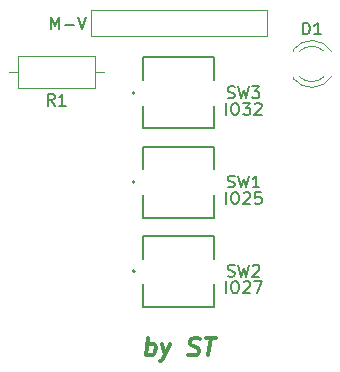
<source format=gbr>
%TF.GenerationSoftware,KiCad,Pcbnew,9.0.1*%
%TF.CreationDate,2025-06-15T21:57:09+03:00*%
%TF.ProjectId,mp3_player,6d70335f-706c-4617-9965-722e6b696361,rev?*%
%TF.SameCoordinates,Original*%
%TF.FileFunction,Legend,Top*%
%TF.FilePolarity,Positive*%
%FSLAX46Y46*%
G04 Gerber Fmt 4.6, Leading zero omitted, Abs format (unit mm)*
G04 Created by KiCad (PCBNEW 9.0.1) date 2025-06-15 21:57:09*
%MOMM*%
%LPD*%
G01*
G04 APERTURE LIST*
%ADD10C,0.300000*%
%ADD11C,0.187500*%
%ADD12C,0.150000*%
%ADD13C,0.127000*%
%ADD14C,0.200000*%
%ADD15C,0.120000*%
G04 APERTURE END LIST*
D10*
X46841919Y-59478094D02*
X47029419Y-57978094D01*
X46957990Y-58549523D02*
X47109776Y-58478094D01*
X47109776Y-58478094D02*
X47395490Y-58478094D01*
X47395490Y-58478094D02*
X47529419Y-58549523D01*
X47529419Y-58549523D02*
X47591919Y-58620951D01*
X47591919Y-58620951D02*
X47645490Y-58763808D01*
X47645490Y-58763808D02*
X47591919Y-59192380D01*
X47591919Y-59192380D02*
X47502633Y-59335237D01*
X47502633Y-59335237D02*
X47422276Y-59406666D01*
X47422276Y-59406666D02*
X47270490Y-59478094D01*
X47270490Y-59478094D02*
X46984776Y-59478094D01*
X46984776Y-59478094D02*
X46850847Y-59406666D01*
X48181205Y-58478094D02*
X48413348Y-59478094D01*
X48895490Y-58478094D02*
X48413348Y-59478094D01*
X48413348Y-59478094D02*
X48225848Y-59835237D01*
X48225848Y-59835237D02*
X48145490Y-59906666D01*
X48145490Y-59906666D02*
X47993705Y-59978094D01*
X50422276Y-59406666D02*
X50627633Y-59478094D01*
X50627633Y-59478094D02*
X50984776Y-59478094D01*
X50984776Y-59478094D02*
X51136562Y-59406666D01*
X51136562Y-59406666D02*
X51216919Y-59335237D01*
X51216919Y-59335237D02*
X51306204Y-59192380D01*
X51306204Y-59192380D02*
X51324062Y-59049523D01*
X51324062Y-59049523D02*
X51270490Y-58906666D01*
X51270490Y-58906666D02*
X51207990Y-58835237D01*
X51207990Y-58835237D02*
X51074062Y-58763808D01*
X51074062Y-58763808D02*
X50797276Y-58692380D01*
X50797276Y-58692380D02*
X50663347Y-58620951D01*
X50663347Y-58620951D02*
X50600847Y-58549523D01*
X50600847Y-58549523D02*
X50547276Y-58406666D01*
X50547276Y-58406666D02*
X50565133Y-58263808D01*
X50565133Y-58263808D02*
X50654419Y-58120951D01*
X50654419Y-58120951D02*
X50734776Y-58049523D01*
X50734776Y-58049523D02*
X50886562Y-57978094D01*
X50886562Y-57978094D02*
X51243704Y-57978094D01*
X51243704Y-57978094D02*
X51449062Y-58049523D01*
X51886561Y-57978094D02*
X52743704Y-57978094D01*
X52127633Y-59478094D02*
X52315133Y-57978094D01*
D11*
X38820742Y-31852401D02*
X38820742Y-30852401D01*
X38820742Y-30852401D02*
X39154075Y-31566686D01*
X39154075Y-31566686D02*
X39487408Y-30852401D01*
X39487408Y-30852401D02*
X39487408Y-31852401D01*
X39963599Y-31471448D02*
X40725504Y-31471448D01*
X41058837Y-30852401D02*
X41392170Y-31852401D01*
X41392170Y-31852401D02*
X41725503Y-30852401D01*
D12*
X53767514Y-52756966D02*
X53910371Y-52804585D01*
X53910371Y-52804585D02*
X54148466Y-52804585D01*
X54148466Y-52804585D02*
X54243704Y-52756966D01*
X54243704Y-52756966D02*
X54291323Y-52709346D01*
X54291323Y-52709346D02*
X54338942Y-52614108D01*
X54338942Y-52614108D02*
X54338942Y-52518870D01*
X54338942Y-52518870D02*
X54291323Y-52423632D01*
X54291323Y-52423632D02*
X54243704Y-52376013D01*
X54243704Y-52376013D02*
X54148466Y-52328394D01*
X54148466Y-52328394D02*
X53957990Y-52280775D01*
X53957990Y-52280775D02*
X53862752Y-52233156D01*
X53862752Y-52233156D02*
X53815133Y-52185537D01*
X53815133Y-52185537D02*
X53767514Y-52090299D01*
X53767514Y-52090299D02*
X53767514Y-51995061D01*
X53767514Y-51995061D02*
X53815133Y-51899823D01*
X53815133Y-51899823D02*
X53862752Y-51852204D01*
X53862752Y-51852204D02*
X53957990Y-51804585D01*
X53957990Y-51804585D02*
X54196085Y-51804585D01*
X54196085Y-51804585D02*
X54338942Y-51852204D01*
X54672276Y-51804585D02*
X54910371Y-52804585D01*
X54910371Y-52804585D02*
X55100847Y-52090299D01*
X55100847Y-52090299D02*
X55291323Y-52804585D01*
X55291323Y-52804585D02*
X55529419Y-51804585D01*
X55862752Y-51899823D02*
X55910371Y-51852204D01*
X55910371Y-51852204D02*
X56005609Y-51804585D01*
X56005609Y-51804585D02*
X56243704Y-51804585D01*
X56243704Y-51804585D02*
X56338942Y-51852204D01*
X56338942Y-51852204D02*
X56386561Y-51899823D01*
X56386561Y-51899823D02*
X56434180Y-51995061D01*
X56434180Y-51995061D02*
X56434180Y-52090299D01*
X56434180Y-52090299D02*
X56386561Y-52233156D01*
X56386561Y-52233156D02*
X55815133Y-52804585D01*
X55815133Y-52804585D02*
X56434180Y-52804585D01*
X53624657Y-54204585D02*
X53624657Y-53204585D01*
X54291323Y-53204585D02*
X54481799Y-53204585D01*
X54481799Y-53204585D02*
X54577037Y-53252204D01*
X54577037Y-53252204D02*
X54672275Y-53347442D01*
X54672275Y-53347442D02*
X54719894Y-53537918D01*
X54719894Y-53537918D02*
X54719894Y-53871251D01*
X54719894Y-53871251D02*
X54672275Y-54061727D01*
X54672275Y-54061727D02*
X54577037Y-54156966D01*
X54577037Y-54156966D02*
X54481799Y-54204585D01*
X54481799Y-54204585D02*
X54291323Y-54204585D01*
X54291323Y-54204585D02*
X54196085Y-54156966D01*
X54196085Y-54156966D02*
X54100847Y-54061727D01*
X54100847Y-54061727D02*
X54053228Y-53871251D01*
X54053228Y-53871251D02*
X54053228Y-53537918D01*
X54053228Y-53537918D02*
X54100847Y-53347442D01*
X54100847Y-53347442D02*
X54196085Y-53252204D01*
X54196085Y-53252204D02*
X54291323Y-53204585D01*
X55100847Y-53299823D02*
X55148466Y-53252204D01*
X55148466Y-53252204D02*
X55243704Y-53204585D01*
X55243704Y-53204585D02*
X55481799Y-53204585D01*
X55481799Y-53204585D02*
X55577037Y-53252204D01*
X55577037Y-53252204D02*
X55624656Y-53299823D01*
X55624656Y-53299823D02*
X55672275Y-53395061D01*
X55672275Y-53395061D02*
X55672275Y-53490299D01*
X55672275Y-53490299D02*
X55624656Y-53633156D01*
X55624656Y-53633156D02*
X55053228Y-54204585D01*
X55053228Y-54204585D02*
X55672275Y-54204585D01*
X56005609Y-53204585D02*
X56672275Y-53204585D01*
X56672275Y-53204585D02*
X56243704Y-54204585D01*
X53767514Y-37656966D02*
X53910371Y-37704585D01*
X53910371Y-37704585D02*
X54148466Y-37704585D01*
X54148466Y-37704585D02*
X54243704Y-37656966D01*
X54243704Y-37656966D02*
X54291323Y-37609346D01*
X54291323Y-37609346D02*
X54338942Y-37514108D01*
X54338942Y-37514108D02*
X54338942Y-37418870D01*
X54338942Y-37418870D02*
X54291323Y-37323632D01*
X54291323Y-37323632D02*
X54243704Y-37276013D01*
X54243704Y-37276013D02*
X54148466Y-37228394D01*
X54148466Y-37228394D02*
X53957990Y-37180775D01*
X53957990Y-37180775D02*
X53862752Y-37133156D01*
X53862752Y-37133156D02*
X53815133Y-37085537D01*
X53815133Y-37085537D02*
X53767514Y-36990299D01*
X53767514Y-36990299D02*
X53767514Y-36895061D01*
X53767514Y-36895061D02*
X53815133Y-36799823D01*
X53815133Y-36799823D02*
X53862752Y-36752204D01*
X53862752Y-36752204D02*
X53957990Y-36704585D01*
X53957990Y-36704585D02*
X54196085Y-36704585D01*
X54196085Y-36704585D02*
X54338942Y-36752204D01*
X54672276Y-36704585D02*
X54910371Y-37704585D01*
X54910371Y-37704585D02*
X55100847Y-36990299D01*
X55100847Y-36990299D02*
X55291323Y-37704585D01*
X55291323Y-37704585D02*
X55529419Y-36704585D01*
X55815133Y-36704585D02*
X56434180Y-36704585D01*
X56434180Y-36704585D02*
X56100847Y-37085537D01*
X56100847Y-37085537D02*
X56243704Y-37085537D01*
X56243704Y-37085537D02*
X56338942Y-37133156D01*
X56338942Y-37133156D02*
X56386561Y-37180775D01*
X56386561Y-37180775D02*
X56434180Y-37276013D01*
X56434180Y-37276013D02*
X56434180Y-37514108D01*
X56434180Y-37514108D02*
X56386561Y-37609346D01*
X56386561Y-37609346D02*
X56338942Y-37656966D01*
X56338942Y-37656966D02*
X56243704Y-37704585D01*
X56243704Y-37704585D02*
X55957990Y-37704585D01*
X55957990Y-37704585D02*
X55862752Y-37656966D01*
X55862752Y-37656966D02*
X55815133Y-37609346D01*
X53624657Y-39104585D02*
X53624657Y-38104585D01*
X54291323Y-38104585D02*
X54481799Y-38104585D01*
X54481799Y-38104585D02*
X54577037Y-38152204D01*
X54577037Y-38152204D02*
X54672275Y-38247442D01*
X54672275Y-38247442D02*
X54719894Y-38437918D01*
X54719894Y-38437918D02*
X54719894Y-38771251D01*
X54719894Y-38771251D02*
X54672275Y-38961727D01*
X54672275Y-38961727D02*
X54577037Y-39056966D01*
X54577037Y-39056966D02*
X54481799Y-39104585D01*
X54481799Y-39104585D02*
X54291323Y-39104585D01*
X54291323Y-39104585D02*
X54196085Y-39056966D01*
X54196085Y-39056966D02*
X54100847Y-38961727D01*
X54100847Y-38961727D02*
X54053228Y-38771251D01*
X54053228Y-38771251D02*
X54053228Y-38437918D01*
X54053228Y-38437918D02*
X54100847Y-38247442D01*
X54100847Y-38247442D02*
X54196085Y-38152204D01*
X54196085Y-38152204D02*
X54291323Y-38104585D01*
X55053228Y-38104585D02*
X55672275Y-38104585D01*
X55672275Y-38104585D02*
X55338942Y-38485537D01*
X55338942Y-38485537D02*
X55481799Y-38485537D01*
X55481799Y-38485537D02*
X55577037Y-38533156D01*
X55577037Y-38533156D02*
X55624656Y-38580775D01*
X55624656Y-38580775D02*
X55672275Y-38676013D01*
X55672275Y-38676013D02*
X55672275Y-38914108D01*
X55672275Y-38914108D02*
X55624656Y-39009346D01*
X55624656Y-39009346D02*
X55577037Y-39056966D01*
X55577037Y-39056966D02*
X55481799Y-39104585D01*
X55481799Y-39104585D02*
X55196085Y-39104585D01*
X55196085Y-39104585D02*
X55100847Y-39056966D01*
X55100847Y-39056966D02*
X55053228Y-39009346D01*
X56053228Y-38199823D02*
X56100847Y-38152204D01*
X56100847Y-38152204D02*
X56196085Y-38104585D01*
X56196085Y-38104585D02*
X56434180Y-38104585D01*
X56434180Y-38104585D02*
X56529418Y-38152204D01*
X56529418Y-38152204D02*
X56577037Y-38199823D01*
X56577037Y-38199823D02*
X56624656Y-38295061D01*
X56624656Y-38295061D02*
X56624656Y-38390299D01*
X56624656Y-38390299D02*
X56577037Y-38533156D01*
X56577037Y-38533156D02*
X56005609Y-39104585D01*
X56005609Y-39104585D02*
X56624656Y-39104585D01*
X39099180Y-38325733D02*
X38765847Y-37849542D01*
X38527752Y-38325733D02*
X38527752Y-37325733D01*
X38527752Y-37325733D02*
X38908704Y-37325733D01*
X38908704Y-37325733D02*
X39003942Y-37373352D01*
X39003942Y-37373352D02*
X39051561Y-37420971D01*
X39051561Y-37420971D02*
X39099180Y-37516209D01*
X39099180Y-37516209D02*
X39099180Y-37659066D01*
X39099180Y-37659066D02*
X39051561Y-37754304D01*
X39051561Y-37754304D02*
X39003942Y-37801923D01*
X39003942Y-37801923D02*
X38908704Y-37849542D01*
X38908704Y-37849542D02*
X38527752Y-37849542D01*
X40051561Y-38325733D02*
X39480133Y-38325733D01*
X39765847Y-38325733D02*
X39765847Y-37325733D01*
X39765847Y-37325733D02*
X39670609Y-37468590D01*
X39670609Y-37468590D02*
X39575371Y-37563828D01*
X39575371Y-37563828D02*
X39480133Y-37611447D01*
X53767514Y-45206966D02*
X53910371Y-45254585D01*
X53910371Y-45254585D02*
X54148466Y-45254585D01*
X54148466Y-45254585D02*
X54243704Y-45206966D01*
X54243704Y-45206966D02*
X54291323Y-45159346D01*
X54291323Y-45159346D02*
X54338942Y-45064108D01*
X54338942Y-45064108D02*
X54338942Y-44968870D01*
X54338942Y-44968870D02*
X54291323Y-44873632D01*
X54291323Y-44873632D02*
X54243704Y-44826013D01*
X54243704Y-44826013D02*
X54148466Y-44778394D01*
X54148466Y-44778394D02*
X53957990Y-44730775D01*
X53957990Y-44730775D02*
X53862752Y-44683156D01*
X53862752Y-44683156D02*
X53815133Y-44635537D01*
X53815133Y-44635537D02*
X53767514Y-44540299D01*
X53767514Y-44540299D02*
X53767514Y-44445061D01*
X53767514Y-44445061D02*
X53815133Y-44349823D01*
X53815133Y-44349823D02*
X53862752Y-44302204D01*
X53862752Y-44302204D02*
X53957990Y-44254585D01*
X53957990Y-44254585D02*
X54196085Y-44254585D01*
X54196085Y-44254585D02*
X54338942Y-44302204D01*
X54672276Y-44254585D02*
X54910371Y-45254585D01*
X54910371Y-45254585D02*
X55100847Y-44540299D01*
X55100847Y-44540299D02*
X55291323Y-45254585D01*
X55291323Y-45254585D02*
X55529419Y-44254585D01*
X56434180Y-45254585D02*
X55862752Y-45254585D01*
X56148466Y-45254585D02*
X56148466Y-44254585D01*
X56148466Y-44254585D02*
X56053228Y-44397442D01*
X56053228Y-44397442D02*
X55957990Y-44492680D01*
X55957990Y-44492680D02*
X55862752Y-44540299D01*
X53624657Y-46654585D02*
X53624657Y-45654585D01*
X54291323Y-45654585D02*
X54481799Y-45654585D01*
X54481799Y-45654585D02*
X54577037Y-45702204D01*
X54577037Y-45702204D02*
X54672275Y-45797442D01*
X54672275Y-45797442D02*
X54719894Y-45987918D01*
X54719894Y-45987918D02*
X54719894Y-46321251D01*
X54719894Y-46321251D02*
X54672275Y-46511727D01*
X54672275Y-46511727D02*
X54577037Y-46606966D01*
X54577037Y-46606966D02*
X54481799Y-46654585D01*
X54481799Y-46654585D02*
X54291323Y-46654585D01*
X54291323Y-46654585D02*
X54196085Y-46606966D01*
X54196085Y-46606966D02*
X54100847Y-46511727D01*
X54100847Y-46511727D02*
X54053228Y-46321251D01*
X54053228Y-46321251D02*
X54053228Y-45987918D01*
X54053228Y-45987918D02*
X54100847Y-45797442D01*
X54100847Y-45797442D02*
X54196085Y-45702204D01*
X54196085Y-45702204D02*
X54291323Y-45654585D01*
X55100847Y-45749823D02*
X55148466Y-45702204D01*
X55148466Y-45702204D02*
X55243704Y-45654585D01*
X55243704Y-45654585D02*
X55481799Y-45654585D01*
X55481799Y-45654585D02*
X55577037Y-45702204D01*
X55577037Y-45702204D02*
X55624656Y-45749823D01*
X55624656Y-45749823D02*
X55672275Y-45845061D01*
X55672275Y-45845061D02*
X55672275Y-45940299D01*
X55672275Y-45940299D02*
X55624656Y-46083156D01*
X55624656Y-46083156D02*
X55053228Y-46654585D01*
X55053228Y-46654585D02*
X55672275Y-46654585D01*
X56577037Y-45654585D02*
X56100847Y-45654585D01*
X56100847Y-45654585D02*
X56053228Y-46130775D01*
X56053228Y-46130775D02*
X56100847Y-46083156D01*
X56100847Y-46083156D02*
X56196085Y-46035537D01*
X56196085Y-46035537D02*
X56434180Y-46035537D01*
X56434180Y-46035537D02*
X56529418Y-46083156D01*
X56529418Y-46083156D02*
X56577037Y-46130775D01*
X56577037Y-46130775D02*
X56624656Y-46226013D01*
X56624656Y-46226013D02*
X56624656Y-46464108D01*
X56624656Y-46464108D02*
X56577037Y-46559346D01*
X56577037Y-46559346D02*
X56529418Y-46606966D01*
X56529418Y-46606966D02*
X56434180Y-46654585D01*
X56434180Y-46654585D02*
X56196085Y-46654585D01*
X56196085Y-46654585D02*
X56100847Y-46606966D01*
X56100847Y-46606966D02*
X56053228Y-46559346D01*
X60132752Y-32294585D02*
X60132752Y-31294585D01*
X60132752Y-31294585D02*
X60370847Y-31294585D01*
X60370847Y-31294585D02*
X60513704Y-31342204D01*
X60513704Y-31342204D02*
X60608942Y-31437442D01*
X60608942Y-31437442D02*
X60656561Y-31532680D01*
X60656561Y-31532680D02*
X60704180Y-31723156D01*
X60704180Y-31723156D02*
X60704180Y-31866013D01*
X60704180Y-31866013D02*
X60656561Y-32056489D01*
X60656561Y-32056489D02*
X60608942Y-32151727D01*
X60608942Y-32151727D02*
X60513704Y-32246966D01*
X60513704Y-32246966D02*
X60370847Y-32294585D01*
X60370847Y-32294585D02*
X60132752Y-32294585D01*
X61656561Y-32294585D02*
X61085133Y-32294585D01*
X61370847Y-32294585D02*
X61370847Y-31294585D01*
X61370847Y-31294585D02*
X61275609Y-31437442D01*
X61275609Y-31437442D02*
X61180371Y-31532680D01*
X61180371Y-31532680D02*
X61085133Y-31580299D01*
D13*
%TO.C,SW2*%
X46600847Y-49349766D02*
X52600847Y-49349766D01*
X46600847Y-51274766D02*
X46600847Y-49349766D01*
X46600847Y-55349766D02*
X46600847Y-53424766D01*
X52600847Y-49349766D02*
X52600847Y-51274766D01*
X52600847Y-53424766D02*
X52600847Y-55349766D01*
X52600847Y-55349766D02*
X46600847Y-55349766D01*
D14*
X45900847Y-52349766D02*
G75*
G02*
X45700847Y-52349766I-100000J0D01*
G01*
X45700847Y-52349766D02*
G75*
G02*
X45900847Y-52349766I100000J0D01*
G01*
D13*
%TO.C,SW3*%
X46600847Y-34249766D02*
X52600847Y-34249766D01*
X46600847Y-36174766D02*
X46600847Y-34249766D01*
X46600847Y-40249766D02*
X46600847Y-38324766D01*
X52600847Y-34249766D02*
X52600847Y-36174766D01*
X52600847Y-38324766D02*
X52600847Y-40249766D01*
X52600847Y-40249766D02*
X46600847Y-40249766D01*
D14*
X45900847Y-37249766D02*
G75*
G02*
X45700847Y-37249766I-100000J0D01*
G01*
X45700847Y-37249766D02*
G75*
G02*
X45900847Y-37249766I100000J0D01*
G01*
D15*
%TO.C,R1*%
X35225847Y-35500914D02*
X35995847Y-35500914D01*
X35995847Y-34130914D02*
X35995847Y-36870914D01*
X35995847Y-36870914D02*
X42535847Y-36870914D01*
X42535847Y-34130914D02*
X35995847Y-34130914D01*
X42535847Y-36870914D02*
X42535847Y-34130914D01*
X43305847Y-35500914D02*
X42535847Y-35500914D01*
D13*
%TO.C,SW1*%
X46600847Y-41799766D02*
X52600847Y-41799766D01*
X46600847Y-43724766D02*
X46600847Y-41799766D01*
X46600847Y-47799766D02*
X46600847Y-45874766D01*
X52600847Y-41799766D02*
X52600847Y-43724766D01*
X52600847Y-45874766D02*
X52600847Y-47799766D01*
X52600847Y-47799766D02*
X46600847Y-47799766D01*
D14*
X45900847Y-44799766D02*
G75*
G02*
X45700847Y-44799766I-100000J0D01*
G01*
X45700847Y-44799766D02*
G75*
G02*
X45900847Y-44799766I100000J0D01*
G01*
D15*
%TO.C,D1*%
X59310847Y-33563766D02*
X59310847Y-33719766D01*
X59310847Y-35879766D02*
X59310847Y-36035766D01*
X59310847Y-33564250D02*
G75*
G02*
X62542244Y-33719705I1560000J-1235516D01*
G01*
X59829886Y-33719766D02*
G75*
G02*
X61911757Y-33719717I1040961J-1080000D01*
G01*
X61911757Y-35879815D02*
G75*
G02*
X59829886Y-35879766I-1040910J1080049D01*
G01*
X62542244Y-35879827D02*
G75*
G02*
X59310847Y-36035282I-1671397J1080061D01*
G01*
%TO.C,U1*%
X42150847Y-30199766D02*
X57050847Y-30199766D01*
X42150847Y-32399766D02*
X42150847Y-30199766D01*
X57050847Y-30199766D02*
X57050847Y-32399766D01*
X57050847Y-32399766D02*
X42150847Y-32399766D01*
%TD*%
M02*

</source>
